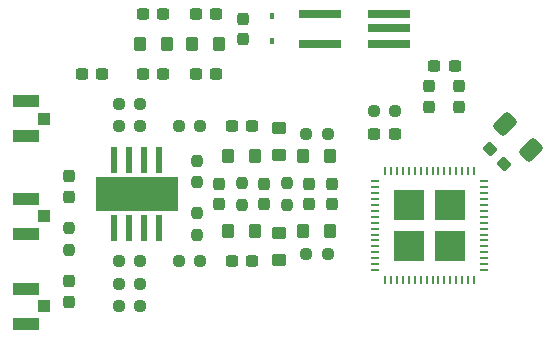
<source format=gbr>
%TF.GenerationSoftware,KiCad,Pcbnew,(5.99.0-12374-g2479e1d7b1)*%
%TF.CreationDate,2021-11-09T23:09:33+03:00*%
%TF.ProjectId,Brass,42726173-732e-46b6-9963-61645f706362,rev?*%
%TF.SameCoordinates,Original*%
%TF.FileFunction,Paste,Top*%
%TF.FilePolarity,Positive*%
%FSLAX46Y46*%
G04 Gerber Fmt 4.6, Leading zero omitted, Abs format (unit mm)*
G04 Created by KiCad (PCBNEW (5.99.0-12374-g2479e1d7b1)) date 2021-11-09 23:09:33*
%MOMM*%
%LPD*%
G01*
G04 APERTURE LIST*
G04 Aperture macros list*
%AMRoundRect*
0 Rectangle with rounded corners*
0 $1 Rounding radius*
0 $2 $3 $4 $5 $6 $7 $8 $9 X,Y pos of 4 corners*
0 Add a 4 corners polygon primitive as box body*
4,1,4,$2,$3,$4,$5,$6,$7,$8,$9,$2,$3,0*
0 Add four circle primitives for the rounded corners*
1,1,$1+$1,$2,$3*
1,1,$1+$1,$4,$5*
1,1,$1+$1,$6,$7*
1,1,$1+$1,$8,$9*
0 Add four rect primitives between the rounded corners*
20,1,$1+$1,$2,$3,$4,$5,0*
20,1,$1+$1,$4,$5,$6,$7,0*
20,1,$1+$1,$6,$7,$8,$9,0*
20,1,$1+$1,$8,$9,$2,$3,0*%
G04 Aperture macros list end*
%ADD10R,3.600000X0.760000*%
%ADD11R,3.600000X0.680000*%
%ADD12R,3.600000X0.750000*%
%ADD13R,0.250000X0.800000*%
%ADD14R,0.800000X0.250000*%
%ADD15R,2.500000X2.500000*%
%ADD16RoundRect,0.237500X0.237500X-0.300000X0.237500X0.300000X-0.237500X0.300000X-0.237500X-0.300000X0*%
%ADD17RoundRect,0.237500X-0.300000X-0.237500X0.300000X-0.237500X0.300000X0.237500X-0.300000X0.237500X0*%
%ADD18RoundRect,0.250000X0.275000X0.350000X-0.275000X0.350000X-0.275000X-0.350000X0.275000X-0.350000X0*%
%ADD19RoundRect,0.237500X-0.250000X-0.237500X0.250000X-0.237500X0.250000X0.237500X-0.250000X0.237500X0*%
%ADD20RoundRect,0.237500X0.300000X0.237500X-0.300000X0.237500X-0.300000X-0.237500X0.300000X-0.237500X0*%
%ADD21R,1.050000X1.000000*%
%ADD22R,2.200000X1.050000*%
%ADD23R,0.450000X0.600000*%
%ADD24RoundRect,0.250000X0.350000X-0.275000X0.350000X0.275000X-0.350000X0.275000X-0.350000X-0.275000X0*%
%ADD25R,0.600000X2.200000*%
%ADD26R,7.000000X2.940000*%
%ADD27RoundRect,0.237500X-0.237500X0.300000X-0.237500X-0.300000X0.237500X-0.300000X0.237500X0.300000X0*%
%ADD28RoundRect,0.250000X-0.751301X-0.167938X-0.167938X-0.751301X0.751301X0.167938X0.167938X0.751301X0*%
%ADD29RoundRect,0.237500X-0.237500X0.250000X-0.237500X-0.250000X0.237500X-0.250000X0.237500X0.250000X0*%
%ADD30RoundRect,0.237500X0.250000X0.237500X-0.250000X0.237500X-0.250000X-0.237500X0.250000X-0.237500X0*%
%ADD31RoundRect,0.237500X-0.380070X0.044194X0.044194X-0.380070X0.380070X-0.044194X-0.044194X0.380070X0*%
%ADD32RoundRect,0.250000X-0.350000X0.275000X-0.350000X-0.275000X0.350000X-0.275000X0.350000X0.275000X0*%
G04 APERTURE END LIST*
D10*
%TO.C,T1*%
X98785000Y-51430000D03*
D11*
X98785000Y-52665000D03*
D10*
X98785000Y-53975000D03*
X92985000Y-53975000D03*
D12*
X92985000Y-51430000D03*
%TD*%
D13*
%TO.C,U1*%
X98505000Y-73970000D03*
X99005000Y-73970000D03*
X99505000Y-73970000D03*
X100005000Y-73970000D03*
X100505000Y-73970000D03*
X101005000Y-73970000D03*
X101505000Y-73970000D03*
X102005000Y-73970000D03*
X102505000Y-73970000D03*
X103005000Y-73970000D03*
X103505000Y-73970000D03*
X104005000Y-73970000D03*
X104505000Y-73970000D03*
X105005000Y-73970000D03*
X105505000Y-73970000D03*
X106005000Y-73970000D03*
D14*
X106855000Y-73120000D03*
X106855000Y-72620000D03*
X106855000Y-72120000D03*
X106855000Y-71620000D03*
X106855000Y-71120000D03*
X106855000Y-70620000D03*
X106855000Y-70120000D03*
X106855000Y-69620000D03*
X106855000Y-69120000D03*
X106855000Y-68620000D03*
X106855000Y-68120000D03*
X106855000Y-67620000D03*
X106855000Y-67120000D03*
X106855000Y-66620000D03*
X106855000Y-66120000D03*
X106855000Y-65620000D03*
D13*
X106005000Y-64770000D03*
X105505000Y-64770000D03*
X105005000Y-64770000D03*
X104505000Y-64770000D03*
X104005000Y-64770000D03*
X103505000Y-64770000D03*
X103005000Y-64770000D03*
X102505000Y-64770000D03*
X102005000Y-64770000D03*
X101505000Y-64770000D03*
X101005000Y-64770000D03*
X100505000Y-64770000D03*
X100005000Y-64770000D03*
X99505000Y-64770000D03*
X99005000Y-64770000D03*
X98505000Y-64770000D03*
D14*
X97655000Y-65620000D03*
X97655000Y-66120000D03*
X97655000Y-66620000D03*
X97655000Y-67120000D03*
X97655000Y-67620000D03*
X97655000Y-68120000D03*
X97655000Y-68620000D03*
X97655000Y-69120000D03*
X97655000Y-69620000D03*
X97655000Y-70120000D03*
X97655000Y-70620000D03*
X97655000Y-71120000D03*
X97655000Y-71620000D03*
X97655000Y-72120000D03*
X97655000Y-72620000D03*
X97655000Y-73120000D03*
D15*
X104005000Y-71120000D03*
X100505000Y-71120000D03*
X104005000Y-67620000D03*
X100505000Y-67620000D03*
%TD*%
D16*
%TO.C,C2*%
X102235000Y-59282500D03*
X102235000Y-57557500D03*
%TD*%
D17*
%TO.C,C40*%
X77997500Y-56515000D03*
X79722500Y-56515000D03*
%TD*%
D18*
%TO.C,L7*%
X84455000Y-53975000D03*
X82155000Y-53975000D03*
%TD*%
D19*
%TO.C,R16*%
X75922500Y-59055000D03*
X77747500Y-59055000D03*
%TD*%
%TO.C,R3*%
X91797500Y-61595000D03*
X93622500Y-61595000D03*
%TD*%
D20*
%TO.C,C4*%
X99287500Y-61595000D03*
X97562500Y-61595000D03*
%TD*%
%TO.C,C34*%
X87222500Y-72390000D03*
X85497500Y-72390000D03*
%TD*%
D18*
%TO.C,L6*%
X87510000Y-63500000D03*
X85210000Y-63500000D03*
%TD*%
%TO.C,L8*%
X80010000Y-53975000D03*
X77710000Y-53975000D03*
%TD*%
D16*
%TO.C,C29*%
X93980000Y-67537500D03*
X93980000Y-65812500D03*
%TD*%
D21*
%TO.C,J5*%
X69630000Y-60325000D03*
D22*
X68105000Y-58850000D03*
X68105000Y-61800000D03*
%TD*%
D19*
%TO.C,R2*%
X91797500Y-71755000D03*
X93622500Y-71755000D03*
%TD*%
D18*
%TO.C,L1*%
X93860000Y-69850000D03*
X91560000Y-69850000D03*
%TD*%
D19*
%TO.C,R1*%
X97512500Y-59690000D03*
X99337500Y-59690000D03*
%TD*%
D16*
%TO.C,C3*%
X104775000Y-59282500D03*
X104775000Y-57557500D03*
%TD*%
D23*
%TO.C,D1*%
X88900000Y-53755000D03*
X88900000Y-51655000D03*
%TD*%
D21*
%TO.C,J4*%
X69630000Y-68580000D03*
D22*
X68105000Y-67105000D03*
X68105000Y-70055000D03*
%TD*%
D24*
%TO.C,L4*%
X89535000Y-63380000D03*
X89535000Y-61080000D03*
%TD*%
D18*
%TO.C,L5*%
X87510000Y-69850000D03*
X85210000Y-69850000D03*
%TD*%
D25*
%TO.C,U2*%
X75565000Y-69550000D03*
X76835000Y-69550000D03*
X78105000Y-69550000D03*
X79375000Y-69550000D03*
D26*
X77470000Y-66675000D03*
D25*
X79375000Y-63800000D03*
X78105000Y-63800000D03*
X76835000Y-63800000D03*
X75565000Y-63800000D03*
%TD*%
D17*
%TO.C,C38*%
X82442500Y-56515000D03*
X84167500Y-56515000D03*
%TD*%
D20*
%TO.C,C37*%
X84167500Y-51435000D03*
X82442500Y-51435000D03*
%TD*%
D16*
%TO.C,C33*%
X86480000Y-53567500D03*
X86480000Y-51842500D03*
%TD*%
D19*
%TO.C,R13*%
X75922500Y-72390000D03*
X77747500Y-72390000D03*
%TD*%
D17*
%TO.C,C24*%
X102642500Y-55880000D03*
X104367500Y-55880000D03*
%TD*%
D19*
%TO.C,R14*%
X75922500Y-60960000D03*
X77747500Y-60960000D03*
%TD*%
D20*
%TO.C,C43*%
X74522500Y-56515000D03*
X72797500Y-56515000D03*
%TD*%
D27*
%TO.C,C45*%
X71755000Y-74067500D03*
X71755000Y-75792500D03*
%TD*%
D28*
%TO.C,C1*%
X108648266Y-60769266D03*
X110857974Y-62978974D03*
%TD*%
D20*
%TO.C,C36*%
X87222500Y-60960000D03*
X85497500Y-60960000D03*
%TD*%
D29*
%TO.C,R9*%
X82550000Y-63857500D03*
X82550000Y-65682500D03*
%TD*%
D18*
%TO.C,L2*%
X93860000Y-63500000D03*
X91560000Y-63500000D03*
%TD*%
D29*
%TO.C,R5*%
X86360000Y-65762500D03*
X86360000Y-67587500D03*
%TD*%
D16*
%TO.C,C31*%
X88265000Y-67537500D03*
X88265000Y-65812500D03*
%TD*%
D29*
%TO.C,R18*%
X71755000Y-69572500D03*
X71755000Y-71397500D03*
%TD*%
D16*
%TO.C,C32*%
X84455000Y-67537500D03*
X84455000Y-65812500D03*
%TD*%
D30*
%TO.C,R17*%
X77747500Y-76200000D03*
X75922500Y-76200000D03*
%TD*%
D19*
%TO.C,R15*%
X75922500Y-74295000D03*
X77747500Y-74295000D03*
%TD*%
D29*
%TO.C,R8*%
X82550000Y-68302500D03*
X82550000Y-70127500D03*
%TD*%
D31*
%TO.C,C13*%
X107365240Y-62915240D03*
X108585000Y-64135000D03*
%TD*%
D16*
%TO.C,C30*%
X92075000Y-67537500D03*
X92075000Y-65812500D03*
%TD*%
D27*
%TO.C,C46*%
X71755000Y-65177500D03*
X71755000Y-66902500D03*
%TD*%
D19*
%TO.C,R12*%
X81002500Y-60960000D03*
X82827500Y-60960000D03*
%TD*%
D20*
%TO.C,C39*%
X79722500Y-51435000D03*
X77997500Y-51435000D03*
%TD*%
D29*
%TO.C,R4*%
X90170000Y-65762500D03*
X90170000Y-67587500D03*
%TD*%
D21*
%TO.C,J3*%
X69630000Y-76200000D03*
D22*
X68105000Y-74725000D03*
X68105000Y-77675000D03*
%TD*%
D32*
%TO.C,L3*%
X89535000Y-69970000D03*
X89535000Y-72270000D03*
%TD*%
D19*
%TO.C,R10*%
X81002500Y-72390000D03*
X82827500Y-72390000D03*
%TD*%
M02*

</source>
